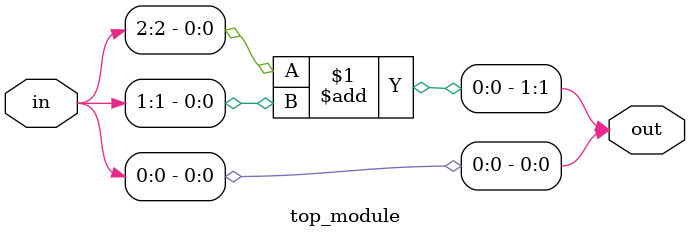
<source format=sv>
module top_module (
	input [2:0] in,
	output [1:0] out
);

	// Combinational logic to calculate the sum of the three input bits
	// The most significant bit is stored in out[1] and the least significant bit is stored in out[0]
	assign out[1] = in[2] + in[1];
	assign out[0] = in[0];

endmodule

</source>
